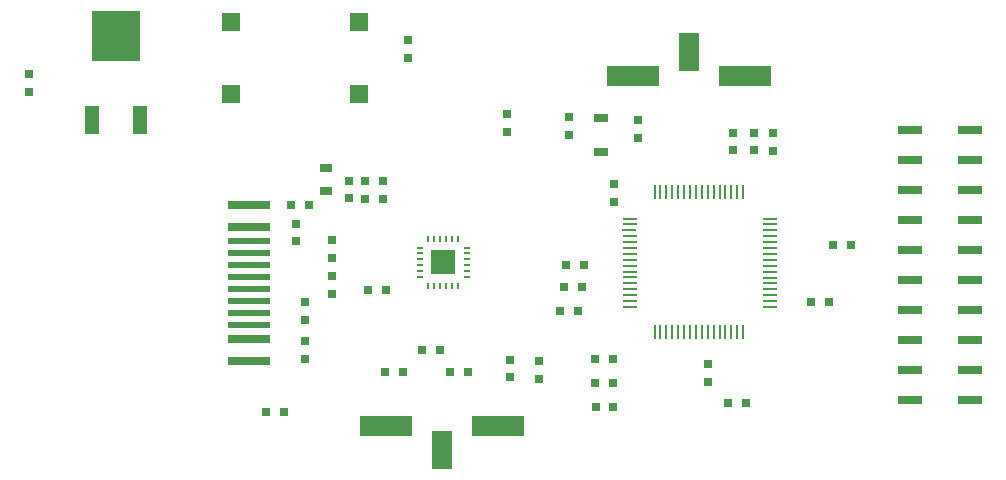
<source format=gtp>
G04 (created by PCBNEW (2013-08-24 BZR 4298)-stable) date Sat 16 Nov 2013 10:00:17 PM PST*
%MOIN*%
G04 Gerber Fmt 3.4, Leading zero omitted, Abs format*
%FSLAX34Y34*%
G01*
G70*
G90*
G04 APERTURE LIST*
%ADD10C,0.005906*%
%ADD11R,0.031520X0.028320*%
%ADD12R,0.028320X0.031520*%
%ADD13R,0.048000X0.096000*%
%ADD14R,0.160000X0.168000*%
%ADD15R,0.044000X0.028000*%
%ADD16R,0.007840X0.048000*%
%ADD17O,0.007840X0.048000*%
%ADD18O,0.048000X0.007840*%
%ADD19R,0.047280X0.031520*%
%ADD20R,0.048800X0.031520*%
%ADD21R,0.080000X0.031200*%
%ADD22R,0.078720X0.078720*%
%ADD23O,0.007840X0.025200*%
%ADD24O,0.025200X0.007840*%
%ADD25R,0.176378X0.066142*%
%ADD26R,0.066142X0.125984*%
%ADD27R,0.144882X0.025512*%
%ADD28R,0.144882X0.019213*%
%ADD29R,0.062960X0.062960*%
G04 APERTURE END LIST*
G54D10*
G54D11*
X21720Y-41323D03*
X21720Y-40731D03*
G54D12*
X22130Y-40106D03*
X21538Y-40106D03*
X36105Y-46692D03*
X36697Y-46692D03*
X21307Y-47019D03*
X20715Y-47019D03*
G54D11*
X22019Y-44633D03*
X22019Y-45225D03*
X22000Y-43945D03*
X22000Y-43353D03*
X22905Y-42475D03*
X22905Y-43067D03*
X22897Y-41862D03*
X22897Y-41270D03*
G54D12*
X31107Y-43633D03*
X30515Y-43633D03*
X31240Y-42854D03*
X30648Y-42854D03*
X31299Y-42106D03*
X30707Y-42106D03*
X25924Y-44940D03*
X26516Y-44940D03*
X32292Y-46830D03*
X31700Y-46830D03*
X32276Y-46035D03*
X31684Y-46035D03*
X32280Y-45232D03*
X31688Y-45232D03*
G54D11*
X36988Y-37692D03*
X36988Y-38284D03*
X36279Y-37696D03*
X36279Y-38288D03*
X33129Y-37282D03*
X33129Y-37874D03*
X37610Y-37707D03*
X37610Y-38299D03*
X30826Y-37184D03*
X30826Y-37776D03*
G54D12*
X40209Y-41433D03*
X39617Y-41433D03*
G54D11*
X32318Y-39400D03*
X32318Y-39992D03*
G54D12*
X39484Y-43342D03*
X38892Y-43342D03*
G54D11*
X12803Y-36331D03*
X12803Y-35739D03*
X35433Y-46016D03*
X35433Y-45424D03*
X25448Y-35197D03*
X25448Y-34605D03*
X24023Y-39302D03*
X24023Y-39894D03*
X24610Y-39322D03*
X24610Y-39914D03*
G54D12*
X24684Y-45688D03*
X25276Y-45688D03*
X27441Y-45681D03*
X26849Y-45681D03*
G54D11*
X29803Y-45906D03*
X29803Y-45314D03*
G54D13*
X14904Y-37285D03*
X16504Y-37285D03*
G54D14*
X15704Y-34485D03*
G54D15*
X22708Y-38888D03*
X22708Y-39638D03*
G54D16*
X33665Y-44346D03*
G54D17*
X33862Y-44346D03*
X34059Y-44346D03*
X34256Y-44346D03*
X34453Y-44346D03*
X34649Y-44346D03*
X34846Y-44346D03*
X35043Y-44346D03*
X35240Y-44346D03*
X35437Y-44346D03*
X35634Y-44346D03*
X35830Y-44346D03*
X36027Y-44346D03*
X36224Y-44346D03*
X36421Y-44346D03*
X36618Y-44346D03*
G54D18*
X37516Y-43511D03*
X37516Y-43314D03*
X37516Y-43117D03*
X37516Y-42920D03*
X37516Y-42723D03*
X37516Y-42527D03*
X37516Y-42330D03*
X37516Y-42133D03*
X37516Y-41936D03*
X37516Y-41739D03*
X37516Y-41542D03*
X37516Y-41346D03*
X37516Y-41149D03*
X37516Y-40952D03*
X37516Y-40755D03*
X37516Y-40558D03*
G54D17*
X36618Y-39660D03*
X36421Y-39660D03*
X36224Y-39660D03*
X36027Y-39660D03*
X35830Y-39660D03*
X35634Y-39660D03*
X35437Y-39660D03*
X35240Y-39660D03*
X35043Y-39660D03*
X34846Y-39660D03*
X34649Y-39660D03*
X34453Y-39660D03*
X34256Y-39660D03*
X34059Y-39660D03*
X33862Y-39660D03*
X33665Y-39660D03*
G54D18*
X32830Y-40558D03*
X32830Y-40755D03*
X32830Y-41149D03*
X32823Y-40952D03*
X32830Y-41346D03*
X32830Y-41542D03*
X32830Y-41739D03*
X32830Y-41936D03*
X32830Y-42133D03*
X32830Y-42330D03*
X32830Y-42524D03*
X32830Y-42721D03*
X32830Y-42918D03*
X32830Y-43115D03*
X32830Y-43311D03*
X32830Y-43508D03*
G54D19*
X31883Y-38351D03*
G54D20*
X31887Y-37199D03*
G54D21*
X42185Y-37606D03*
X44185Y-37606D03*
X42185Y-40606D03*
X44185Y-39606D03*
X44185Y-38606D03*
X42185Y-38606D03*
X42185Y-39606D03*
X42185Y-41606D03*
X44185Y-40606D03*
X44185Y-41606D03*
X44185Y-42606D03*
X44185Y-46606D03*
X44185Y-45606D03*
X44185Y-44606D03*
X44185Y-43606D03*
X42185Y-42606D03*
X42185Y-43606D03*
X42185Y-44606D03*
X42185Y-45606D03*
X42185Y-46606D03*
G54D12*
X24105Y-42925D03*
X24697Y-42925D03*
G54D22*
X26618Y-42019D03*
G54D23*
X26126Y-42806D03*
X26323Y-42806D03*
X26520Y-42806D03*
X26716Y-42806D03*
X26913Y-42806D03*
X27110Y-42806D03*
G54D24*
X27405Y-42511D03*
X27405Y-42314D03*
X27405Y-42117D03*
X27405Y-41921D03*
X27405Y-41724D03*
X27405Y-41527D03*
G54D23*
X27110Y-41232D03*
X26913Y-41232D03*
X26716Y-41232D03*
X26520Y-41232D03*
X26323Y-41232D03*
X26126Y-41232D03*
G54D24*
X25831Y-41527D03*
X25831Y-41724D03*
X25831Y-41921D03*
X25831Y-42117D03*
X25831Y-42314D03*
X25831Y-42511D03*
G54D25*
X32933Y-35807D03*
X36673Y-35807D03*
G54D26*
X34803Y-35019D03*
G54D25*
X28444Y-47476D03*
X24704Y-47476D03*
G54D26*
X26574Y-48263D03*
G54D27*
X20137Y-40102D03*
X20137Y-40826D03*
G54D28*
X20137Y-41299D03*
X20137Y-41700D03*
X20137Y-42503D03*
X20137Y-44102D03*
X20137Y-43299D03*
G54D27*
X20137Y-45299D03*
X20137Y-44574D03*
G54D28*
X20137Y-42901D03*
X20137Y-43700D03*
X20137Y-42102D03*
G54D11*
X28830Y-45851D03*
X28830Y-45259D03*
X23464Y-39294D03*
X23464Y-39886D03*
X28740Y-37089D03*
X28740Y-37681D03*
G54D29*
X23822Y-34019D03*
X23822Y-36421D03*
X19560Y-34019D03*
X19560Y-36421D03*
M02*

</source>
